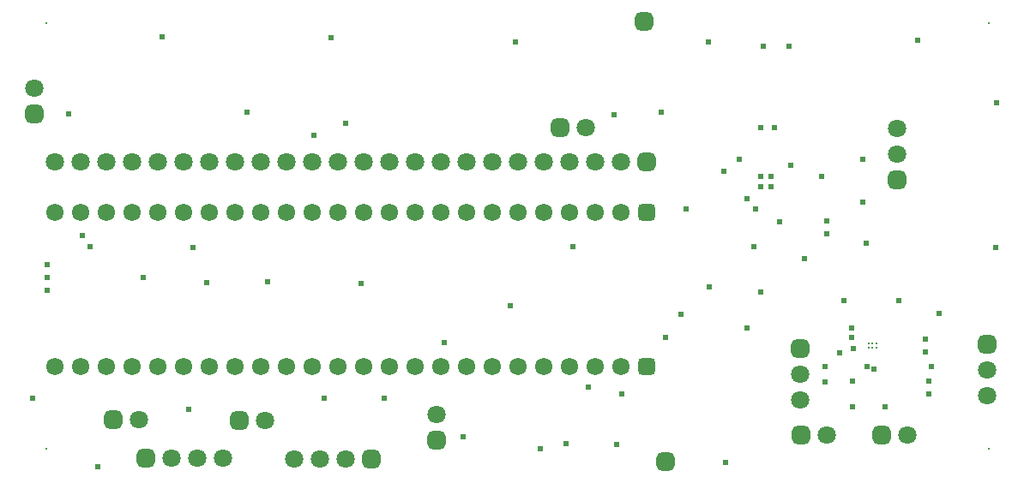
<source format=gbs>
G04*
G04 #@! TF.GenerationSoftware,Altium Limited,Altium Designer,21.6.4 (81)*
G04*
G04 Layer_Color=16711935*
%FSLAX44Y44*%
%MOMM*%
G71*
G04*
G04 #@! TF.SameCoordinates,7EEBCD2D-C3DC-42FC-9086-E37A22DFF102*
G04*
G04*
G04 #@! TF.FilePolarity,Negative*
G04*
G01*
G75*
%ADD48C,1.8032*%
G04:AMPARAMS|DCode=49|XSize=1.8032mm|YSize=1.8032mm|CornerRadius=0.5016mm|HoleSize=0mm|Usage=FLASHONLY|Rotation=0.000|XOffset=0mm|YOffset=0mm|HoleType=Round|Shape=RoundedRectangle|*
%AMROUNDEDRECTD49*
21,1,1.8032,0.8000,0,0,0.0*
21,1,0.8000,1.8032,0,0,0.0*
1,1,1.0032,0.4000,-0.4000*
1,1,1.0032,-0.4000,-0.4000*
1,1,1.0032,-0.4000,0.4000*
1,1,1.0032,0.4000,0.4000*
%
%ADD49ROUNDEDRECTD49*%
G04:AMPARAMS|DCode=50|XSize=1.8032mm|YSize=1.8032mm|CornerRadius=0.5016mm|HoleSize=0mm|Usage=FLASHONLY|Rotation=90.000|XOffset=0mm|YOffset=0mm|HoleType=Round|Shape=RoundedRectangle|*
%AMROUNDEDRECTD50*
21,1,1.8032,0.8000,0,0,90.0*
21,1,0.8000,1.8032,0,0,90.0*
1,1,1.0032,0.4000,0.4000*
1,1,1.0032,0.4000,-0.4000*
1,1,1.0032,-0.4000,-0.4000*
1,1,1.0032,-0.4000,0.4000*
%
%ADD50ROUNDEDRECTD50*%
%ADD51C,0.2000*%
%ADD52C,1.7232*%
G04:AMPARAMS|DCode=53|XSize=1.7232mm|YSize=1.7232mm|CornerRadius=0.4816mm|HoleSize=0mm|Usage=FLASHONLY|Rotation=180.000|XOffset=0mm|YOffset=0mm|HoleType=Round|Shape=RoundedRectangle|*
%AMROUNDEDRECTD53*
21,1,1.7232,0.7600,0,0,180.0*
21,1,0.7600,1.7232,0,0,180.0*
1,1,0.9632,-0.3800,0.3800*
1,1,0.9632,0.3800,0.3800*
1,1,0.9632,0.3800,-0.3800*
1,1,0.9632,-0.3800,-0.3800*
%
%ADD53ROUNDEDRECTD53*%
%ADD54C,0.6200*%
%ADD64C,0.2500*%
D48*
X562700Y347093D02*
D03*
X879450Y43250D02*
D03*
X869250Y346150D02*
D03*
Y320750D02*
D03*
X799950Y43157D02*
D03*
X274650Y19500D02*
D03*
X300050D02*
D03*
X325450D02*
D03*
X204400Y20250D02*
D03*
X179000D02*
D03*
X153600D02*
D03*
X774000Y77850D02*
D03*
Y103250D02*
D03*
X415000Y63200D02*
D03*
X245700Y57807D02*
D03*
X121450Y58507D02*
D03*
X18000Y386200D02*
D03*
X37900Y313150D02*
D03*
X63300D02*
D03*
X88700D02*
D03*
X114100D02*
D03*
X139500D02*
D03*
X266500D02*
D03*
X342700D02*
D03*
X368100D02*
D03*
X393500D02*
D03*
X444300D02*
D03*
X469700D02*
D03*
X520500D02*
D03*
X571300D02*
D03*
X596700D02*
D03*
X545900D02*
D03*
X495100D02*
D03*
X418900D02*
D03*
X317300D02*
D03*
X291900D02*
D03*
X241100D02*
D03*
X215700D02*
D03*
X190300D02*
D03*
X164900D02*
D03*
X958750Y82200D02*
D03*
Y107600D02*
D03*
D49*
X537300Y347093D02*
D03*
X619750Y452000D02*
D03*
X854050Y43250D02*
D03*
X641250Y17000D02*
D03*
X774550Y43157D02*
D03*
X350850Y19500D02*
D03*
X128200Y20250D02*
D03*
X220300Y57807D02*
D03*
X96050Y58507D02*
D03*
X622100Y313150D02*
D03*
D50*
X869250Y295350D02*
D03*
X774000Y128650D02*
D03*
X415000Y37800D02*
D03*
X18000Y360800D02*
D03*
X958750Y133000D02*
D03*
D51*
X960000Y30000D02*
D03*
Y450000D02*
D03*
X30000D02*
D03*
Y30000D02*
D03*
D52*
X215700Y110750D02*
D03*
X241100D02*
D03*
X342700D02*
D03*
X393500D02*
D03*
X469700D02*
D03*
X571300D02*
D03*
X596700D02*
D03*
X545900D02*
D03*
X520500D02*
D03*
X495100D02*
D03*
X444300D02*
D03*
X418900D02*
D03*
X368100D02*
D03*
X317300D02*
D03*
X291900D02*
D03*
X266500D02*
D03*
X190300D02*
D03*
X164900D02*
D03*
X139500D02*
D03*
X114100D02*
D03*
X88700D02*
D03*
X63300D02*
D03*
X37900D02*
D03*
X215700Y263150D02*
D03*
X241100D02*
D03*
X342700D02*
D03*
X393500D02*
D03*
X469700D02*
D03*
X571300D02*
D03*
X596700D02*
D03*
X545900D02*
D03*
X520500D02*
D03*
X495100D02*
D03*
X444300D02*
D03*
X418900D02*
D03*
X368100D02*
D03*
X317300D02*
D03*
X291900D02*
D03*
X266500D02*
D03*
X190300D02*
D03*
X164900D02*
D03*
X139500D02*
D03*
X114100D02*
D03*
X88700D02*
D03*
X63300D02*
D03*
X37900D02*
D03*
D53*
X622100Y110750D02*
D03*
Y263150D02*
D03*
D54*
X839250Y232750D02*
D03*
X835750Y273750D02*
D03*
X835500Y315500D02*
D03*
X227750Y362500D02*
D03*
X30400Y211500D02*
D03*
Y186000D02*
D03*
X816900Y176000D02*
D03*
X871600D02*
D03*
X729681Y266500D02*
D03*
X170250Y68500D02*
D03*
X590500Y359750D02*
D03*
X798750Y95750D02*
D03*
Y111250D02*
D03*
X597850Y84000D02*
D03*
X16000Y79750D02*
D03*
X80750Y12250D02*
D03*
X363500Y79750D02*
D03*
X304000Y80000D02*
D03*
X656000Y162500D02*
D03*
X549500Y229250D02*
D03*
X340500Y193250D02*
D03*
X684250Y190000D02*
D03*
X734750Y184714D02*
D03*
X640750Y140000D02*
D03*
X748600Y346750D02*
D03*
X700500Y16000D02*
D03*
X967250Y228500D02*
D03*
X968250Y371500D02*
D03*
X890000Y433500D02*
D03*
X683000Y431500D02*
D03*
X493250D02*
D03*
X310750Y436000D02*
D03*
X143750Y436750D02*
D03*
X422750Y135000D02*
D03*
X51700Y360800D02*
D03*
X592750Y33500D02*
D03*
X542500Y34750D02*
D03*
X441507Y41150D02*
D03*
X248242Y194900D02*
D03*
X188258Y194150D02*
D03*
X65250Y240750D02*
D03*
X30400Y198750D02*
D03*
X125750Y199000D02*
D03*
X763000Y427750D02*
D03*
X738000Y427500D02*
D03*
X794750Y299150D02*
D03*
X800400Y242250D02*
D03*
X728600Y229750D02*
D03*
X661000Y266500D02*
D03*
X698500Y304250D02*
D03*
X636500Y362250D02*
D03*
X517550Y30000D02*
D03*
X721500Y148900D02*
D03*
X900650Y96093D02*
D03*
X825850D02*
D03*
X897650Y125592D02*
D03*
X903250Y110500D02*
D03*
X824500Y140000D02*
D03*
X826092Y128750D02*
D03*
X765000Y310250D02*
D03*
X745000Y289000D02*
D03*
X735250D02*
D03*
X744885Y298635D02*
D03*
X735115D02*
D03*
X713500Y315750D02*
D03*
X721500Y276500D02*
D03*
X778600Y217250D02*
D03*
X753450Y254200D02*
D03*
X800400Y254750D02*
D03*
X735400Y346750D02*
D03*
X325500Y351500D02*
D03*
X900650Y83593D02*
D03*
X910850Y163092D02*
D03*
X813000Y124192D02*
D03*
X846750Y108000D02*
D03*
X857650Y71093D02*
D03*
X825850D02*
D03*
X840000Y111000D02*
D03*
X897650Y138092D02*
D03*
X824750Y149250D02*
D03*
X488025Y171000D02*
D03*
X565250Y90500D02*
D03*
X174250Y229000D02*
D03*
X73000Y229500D02*
D03*
X294193Y339150D02*
D03*
D64*
X841500Y133592D02*
D03*
X845500Y129593D02*
D03*
X841500D02*
D03*
X849500D02*
D03*
X845500Y133592D02*
D03*
X849500D02*
D03*
M02*

</source>
